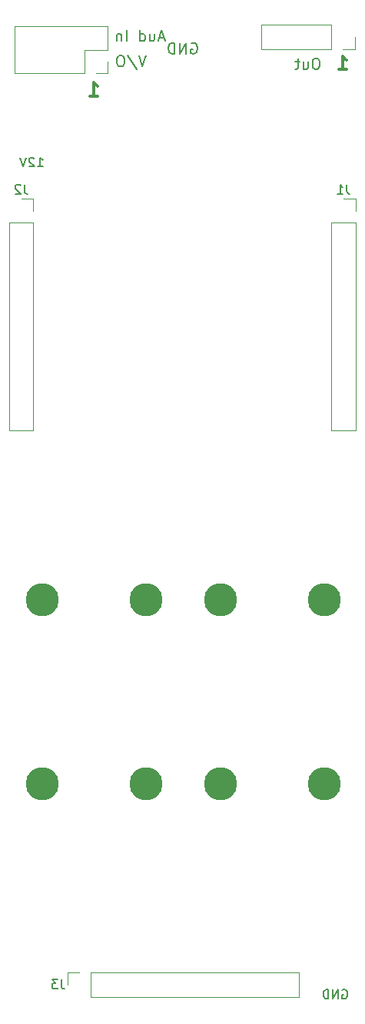
<source format=gbr>
%TF.GenerationSoftware,KiCad,Pcbnew,(6.0.11)*%
%TF.CreationDate,2023-07-06T17:32:09+01:00*%
%TF.ProjectId,Quilter_Controls,5175696c-7465-4725-9f43-6f6e74726f6c,rev?*%
%TF.SameCoordinates,Original*%
%TF.FileFunction,Legend,Bot*%
%TF.FilePolarity,Positive*%
%FSLAX46Y46*%
G04 Gerber Fmt 4.6, Leading zero omitted, Abs format (unit mm)*
G04 Created by KiCad (PCBNEW (6.0.11)) date 2023-07-06 17:32:09*
%MOMM*%
%LPD*%
G01*
G04 APERTURE LIST*
%ADD10C,0.200000*%
%ADD11C,0.300000*%
%ADD12C,0.150000*%
%ADD13C,0.120000*%
%ADD14C,3.650000*%
G04 APERTURE END LIST*
D10*
X85000000Y-46042857D02*
X84771428Y-46042857D01*
X84657142Y-46100000D01*
X84542857Y-46214285D01*
X84485714Y-46442857D01*
X84485714Y-46842857D01*
X84542857Y-47071428D01*
X84657142Y-47185714D01*
X84771428Y-47242857D01*
X85000000Y-47242857D01*
X85114285Y-47185714D01*
X85228571Y-47071428D01*
X85285714Y-46842857D01*
X85285714Y-46442857D01*
X85228571Y-46214285D01*
X85114285Y-46100000D01*
X85000000Y-46042857D01*
X83457142Y-46442857D02*
X83457142Y-47242857D01*
X83971428Y-46442857D02*
X83971428Y-47071428D01*
X83914285Y-47185714D01*
X83800000Y-47242857D01*
X83628571Y-47242857D01*
X83514285Y-47185714D01*
X83457142Y-47128571D01*
X83057142Y-46442857D02*
X82600000Y-46442857D01*
X82885714Y-46042857D02*
X82885714Y-47071428D01*
X82828571Y-47185714D01*
X82714285Y-47242857D01*
X82600000Y-47242857D01*
X71114285Y-44400000D02*
X71228571Y-44342857D01*
X71400000Y-44342857D01*
X71571428Y-44400000D01*
X71685714Y-44514285D01*
X71742857Y-44628571D01*
X71800000Y-44857142D01*
X71800000Y-45028571D01*
X71742857Y-45257142D01*
X71685714Y-45371428D01*
X71571428Y-45485714D01*
X71400000Y-45542857D01*
X71285714Y-45542857D01*
X71114285Y-45485714D01*
X71057142Y-45428571D01*
X71057142Y-45028571D01*
X71285714Y-45028571D01*
X70542857Y-45542857D02*
X70542857Y-44342857D01*
X69857142Y-45542857D01*
X69857142Y-44342857D01*
X69285714Y-45542857D02*
X69285714Y-44342857D01*
X69000000Y-44342857D01*
X68828571Y-44400000D01*
X68714285Y-44514285D01*
X68657142Y-44628571D01*
X68600000Y-44857142D01*
X68600000Y-45028571D01*
X68657142Y-45257142D01*
X68714285Y-45371428D01*
X68828571Y-45485714D01*
X69000000Y-45542857D01*
X69285714Y-45542857D01*
X68157142Y-43800000D02*
X67585714Y-43800000D01*
X68271428Y-44142857D02*
X67871428Y-42942857D01*
X67471428Y-44142857D01*
X66557142Y-43342857D02*
X66557142Y-44142857D01*
X67071428Y-43342857D02*
X67071428Y-43971428D01*
X67014285Y-44085714D01*
X66900000Y-44142857D01*
X66728571Y-44142857D01*
X66614285Y-44085714D01*
X66557142Y-44028571D01*
X65471428Y-44142857D02*
X65471428Y-42942857D01*
X65471428Y-44085714D02*
X65585714Y-44142857D01*
X65814285Y-44142857D01*
X65928571Y-44085714D01*
X65985714Y-44028571D01*
X66042857Y-43914285D01*
X66042857Y-43571428D01*
X65985714Y-43457142D01*
X65928571Y-43400000D01*
X65814285Y-43342857D01*
X65585714Y-43342857D01*
X65471428Y-43400000D01*
X63985714Y-44142857D02*
X63985714Y-42942857D01*
X63414285Y-43342857D02*
X63414285Y-44142857D01*
X63414285Y-43457142D02*
X63357142Y-43400000D01*
X63242857Y-43342857D01*
X63071428Y-43342857D01*
X62957142Y-43400000D01*
X62900000Y-43514285D01*
X62900000Y-44142857D01*
X87761904Y-148500000D02*
X87857142Y-148452380D01*
X88000000Y-148452380D01*
X88142857Y-148500000D01*
X88238095Y-148595238D01*
X88285714Y-148690476D01*
X88333333Y-148880952D01*
X88333333Y-149023809D01*
X88285714Y-149214285D01*
X88238095Y-149309523D01*
X88142857Y-149404761D01*
X88000000Y-149452380D01*
X87904761Y-149452380D01*
X87761904Y-149404761D01*
X87714285Y-149357142D01*
X87714285Y-149023809D01*
X87904761Y-149023809D01*
X87285714Y-149452380D02*
X87285714Y-148452380D01*
X86714285Y-149452380D01*
X86714285Y-148452380D01*
X86238095Y-149452380D02*
X86238095Y-148452380D01*
X86000000Y-148452380D01*
X85857142Y-148500000D01*
X85761904Y-148595238D01*
X85714285Y-148690476D01*
X85666666Y-148880952D01*
X85666666Y-149023809D01*
X85714285Y-149214285D01*
X85761904Y-149309523D01*
X85857142Y-149404761D01*
X86000000Y-149452380D01*
X86238095Y-149452380D01*
D11*
X59971428Y-50178571D02*
X60828571Y-50178571D01*
X60400000Y-50178571D02*
X60400000Y-48678571D01*
X60542857Y-48892857D01*
X60685714Y-49035714D01*
X60828571Y-49107142D01*
D10*
X54199999Y-57952380D02*
X54771428Y-57952380D01*
X54485713Y-57952380D02*
X54485713Y-56952380D01*
X54580952Y-57095238D01*
X54676190Y-57190476D01*
X54771428Y-57238095D01*
X53819047Y-57047619D02*
X53771428Y-57000000D01*
X53676190Y-56952380D01*
X53438094Y-56952380D01*
X53342856Y-57000000D01*
X53295237Y-57047619D01*
X53247618Y-57142857D01*
X53247618Y-57238095D01*
X53295237Y-57380952D01*
X53866666Y-57952380D01*
X53247618Y-57952380D01*
X52961904Y-56952380D02*
X52628571Y-57952380D01*
X52295237Y-56952380D01*
D11*
X87371428Y-47278571D02*
X88228571Y-47278571D01*
X87800000Y-47278571D02*
X87800000Y-45778571D01*
X87942857Y-45992857D01*
X88085714Y-46135714D01*
X88228571Y-46207142D01*
D10*
X66157142Y-45742857D02*
X65757142Y-46942857D01*
X65357142Y-45742857D01*
X64100000Y-45685714D02*
X65128571Y-47228571D01*
X63471428Y-45742857D02*
X63242857Y-45742857D01*
X63128571Y-45800000D01*
X63014285Y-45914285D01*
X62957142Y-46142857D01*
X62957142Y-46542857D01*
X63014285Y-46771428D01*
X63128571Y-46885714D01*
X63242857Y-46942857D01*
X63471428Y-46942857D01*
X63585714Y-46885714D01*
X63700000Y-46771428D01*
X63757142Y-46542857D01*
X63757142Y-46142857D01*
X63700000Y-45914285D01*
X63585714Y-45800000D01*
X63471428Y-45742857D01*
D12*
%TO.C,J3*%
X56803333Y-147352380D02*
X56803333Y-148066666D01*
X56850952Y-148209523D01*
X56946190Y-148304761D01*
X57089047Y-148352380D01*
X57184285Y-148352380D01*
X56422380Y-147352380D02*
X55803333Y-147352380D01*
X56136666Y-147733333D01*
X55993809Y-147733333D01*
X55898571Y-147780952D01*
X55850952Y-147828571D01*
X55803333Y-147923809D01*
X55803333Y-148161904D01*
X55850952Y-148257142D01*
X55898571Y-148304761D01*
X55993809Y-148352380D01*
X56279523Y-148352380D01*
X56374761Y-148304761D01*
X56422380Y-148257142D01*
%TO.C,J1*%
X88233333Y-59922380D02*
X88233333Y-60636666D01*
X88280952Y-60779523D01*
X88376190Y-60874761D01*
X88519047Y-60922380D01*
X88614285Y-60922380D01*
X87233333Y-60922380D02*
X87804761Y-60922380D01*
X87519047Y-60922380D02*
X87519047Y-59922380D01*
X87614285Y-60065238D01*
X87709523Y-60160476D01*
X87804761Y-60208095D01*
%TO.C,J2*%
X52733333Y-59922380D02*
X52733333Y-60636666D01*
X52780952Y-60779523D01*
X52876190Y-60874761D01*
X53019047Y-60922380D01*
X53114285Y-60922380D01*
X52304761Y-60017619D02*
X52257142Y-59970000D01*
X52161904Y-59922380D01*
X51923809Y-59922380D01*
X51828571Y-59970000D01*
X51780952Y-60017619D01*
X51733333Y-60112857D01*
X51733333Y-60208095D01*
X51780952Y-60350952D01*
X52352380Y-60922380D01*
X51733333Y-60922380D01*
D13*
%TO.C,J3*%
X58800000Y-146570000D02*
X57470000Y-146570000D01*
X57470000Y-146570000D02*
X57470000Y-147900000D01*
X60070000Y-149230000D02*
X82990000Y-149230000D01*
X82990000Y-146570000D02*
X82990000Y-149230000D01*
X60070000Y-146570000D02*
X60070000Y-149230000D01*
X60070000Y-146570000D02*
X82990000Y-146570000D01*
%TO.C,J1*%
X89230000Y-61470000D02*
X87900000Y-61470000D01*
X86570000Y-64070000D02*
X86570000Y-86990000D01*
X89230000Y-64070000D02*
X86570000Y-64070000D01*
X89230000Y-64070000D02*
X89230000Y-86990000D01*
X89230000Y-62800000D02*
X89230000Y-61470000D01*
X89230000Y-86990000D02*
X86570000Y-86990000D01*
%TO.C,J2*%
X53730000Y-61470000D02*
X52400000Y-61470000D01*
X53730000Y-64070000D02*
X53730000Y-86990000D01*
X53730000Y-64070000D02*
X51070000Y-64070000D01*
X53730000Y-86990000D02*
X51070000Y-86990000D01*
X51070000Y-64070000D02*
X51070000Y-86990000D01*
X53730000Y-62800000D02*
X53730000Y-61470000D01*
%TO.C,J9*%
X61930000Y-42505000D02*
X51650000Y-42505000D01*
X61930000Y-45105000D02*
X61930000Y-42505000D01*
X61930000Y-47705000D02*
X61930000Y-46375000D01*
X51650000Y-47705000D02*
X51650000Y-42505000D01*
X60600000Y-47705000D02*
X61930000Y-47705000D01*
X59330000Y-47705000D02*
X51650000Y-47705000D01*
X59330000Y-47705000D02*
X59330000Y-45105000D01*
X59330000Y-45105000D02*
X61930000Y-45105000D01*
%TO.C,J10*%
X78850000Y-45030000D02*
X78850000Y-42370000D01*
X86530000Y-45030000D02*
X86530000Y-42370000D01*
X86530000Y-45030000D02*
X78850000Y-45030000D01*
X89130000Y-45030000D02*
X89130000Y-43700000D01*
X86530000Y-42370000D02*
X78850000Y-42370000D01*
X87800000Y-45030000D02*
X89130000Y-45030000D01*
%TD*%
D14*
%TO.C,J4*%
X85760000Y-105600000D03*
X74330000Y-105600000D03*
%TD*%
%TO.C,J5*%
X74330000Y-125800000D03*
X85760000Y-125800000D03*
%TD*%
%TO.C,J8*%
X66160000Y-125800000D03*
X54730000Y-125800000D03*
%TD*%
%TO.C,J7*%
X54730000Y-105600000D03*
X66160000Y-105600000D03*
%TD*%
M02*

</source>
